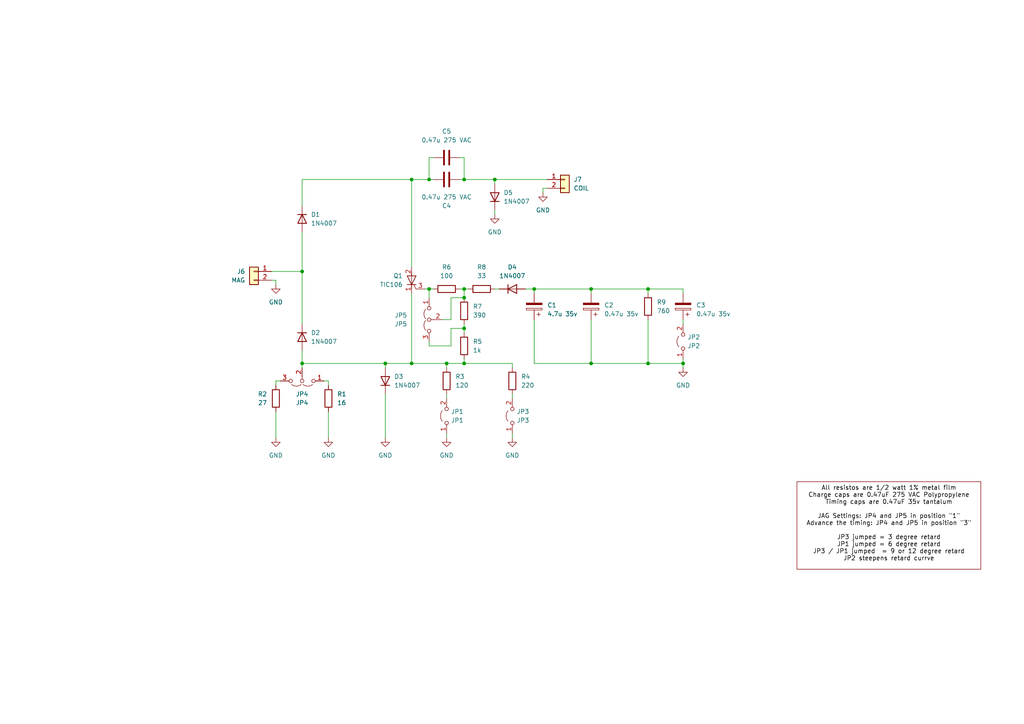
<source format=kicad_sch>
(kicad_sch (version 20230121) (generator eeschema)
  (paper "A4")
  (title_block (title "Rohmell CDI Diagram") (date "2023-12-18") (rev "1") (company "MBI "))
  (lib_symbols
    (symbol "Connector_Generic:Conn_01x02" (pin_names (offset 1.016) hide)
      (property "Reference" "J" (at 0 2.54 0))
      (property "Value" "Conn_01x02" (at 0 -5.08 0))
      (symbol "Conn_01x02_1_1"
        (rectangle (start -1.27 -2.413) (end 0 -2.667) (stroke (width 0.1524)))
        (rectangle (start -1.27 0.127) (end 0 -0.127) (stroke (width 0.1524)))
        (rectangle (start -1.27 1.27) (end 1.27 -3.81) (stroke (width 0.254)) (fill (type background)))
        (pin passive line (at -5.08 0 0) (length 3.81) (name "Pin_1") (number "1"))
        (pin passive line (at -5.08 -2.54 0) (length 3.81) (name "Pin_2") (number "2"))
      )
    )
    (symbol "Device:C" (pin_numbers hide) (pin_names (offset 0.254))
      (property "Reference" "C" (at 0.635 2.54 0))
      (property "Value" "C" (at 0.635 -2.54 0))
      (symbol "C_0_1"
        (polyline (pts (xy -2.032 -0.762) (xy 2.032 -0.762)) (stroke (width 0.508)))
        (polyline (pts (xy -2.032 0.762) (xy 2.032 0.762)) (stroke (width 0.508)))
      )
      (symbol "C_1_1"
        (pin passive line (at 0 3.81 270) (length 2.794) (name "~") (number "1"))
        (pin passive line (at 0 -3.81 90) (length 2.794) (name "~") (number "2"))
      )
    )
    (symbol "Device:C_Polarized" (pin_numbers hide) (pin_names (offset 0.254))
      (property "Reference" "C" (at 0.635 2.54 0))
      (property "Value" "C_Polarized" (at 0.635 -2.54 0))
      (symbol "C_Polarized_0_1"
        (rectangle (start -2.286 0.508) (end 2.286 1.016))
        (polyline (pts (xy -1.778 2.286) (xy -0.762 2.286)))
        (polyline (pts (xy -1.27 2.794) (xy -1.27 1.778)))
        (rectangle (start 2.286 -0.508) (end -2.286 -1.016) (fill (type outline)))
      )
      (symbol "C_Polarized_1_1"
        (pin passive line (at 0 3.81 270) (length 2.794) (name "~") (number "1"))
        (pin passive line (at 0 -3.81 90) (length 2.794) (name "~") (number "2"))
      )
    )
    (symbol "Device:R" (pin_numbers hide) (pin_names (offset 0))
      (property "Reference" "R" (at 2.032 0 90))
      (property "Value" "R" (at 0 0 90))
      (symbol "R_0_1"
        (rectangle (start -1.016 -2.54) (end 1.016 2.54) (stroke (width 0.254)))
      )
      (symbol "R_1_1"
        (pin passive line (at 0 3.81 270) (length 1.27) (name "~") (number "1"))
        (pin passive line (at 0 -3.81 90) (length 1.27) (name "~") (number "2"))
      )
    )
    (symbol "Diode:1N4007" (pin_numbers hide) (pin_names hide)
      (property "Reference" "D" (at 0 2.54 0))
      (property "Value" "1N4007" (at 0 -2.54 0))
      (symbol "1N4007_0_1"
        (polyline (pts (xy -1.27 1.27) (xy -1.27 -1.27)) (stroke (width 0.254)))
        (polyline (pts (xy 1.27 0) (xy -1.27 0)))
        (polyline (pts (xy 1.27 1.27) (xy 1.27 -1.27) (xy -1.27 0) (xy 1.27 1.27)) (stroke (width 0.254)))
      )
      (symbol "1N4007_1_1"
        (pin passive line (at -3.81 0 0) (length 2.54) (name "K") (number "1"))
        (pin passive line (at 3.81 0 180) (length 2.54) (name "A") (number "2"))
      )
    )
    (symbol "Jumper:Jumper_2_Open" (pin_names (offset 0) hide)
      (property "Reference" "JP" (at 0 2.794 0))
      (property "Value" "Jumper_2_Open" (at 0 -2.286 0))
      (symbol "Jumper_2_Open_0_0"
        (circle (center -2.032 0) (radius 0.508))
        (circle (center 2.032 0) (radius 0.508))
      )
      (symbol "Jumper_2_Open_0_1"
        (arc (start 1.524 1.27) (mid 0 1.778) (end -1.524 1.27))
      )
      (symbol "Jumper_2_Open_1_1"
        (pin passive line (at -5.08 0 0) (length 2.54) (name "A") (number "1"))
        (pin passive line (at 5.08 0 180) (length 2.54) (name "B") (number "2"))
      )
    )
    (symbol "Jumper:Jumper_3_Open" (pin_names (offset 0) hide)
      (property "Reference" "JP" (at -2.54 -2.54 0))
      (property "Value" "Jumper_3_Open" (at 0 2.794 0))
      (symbol "Jumper_3_Open_0_0"
        (circle (center -3.302 0) (radius 0.508))
        (circle (center 0 0) (radius 0.508))
        (circle (center 3.302 0) (radius 0.508))
      )
      (symbol "Jumper_3_Open_0_1"
        (arc (start -0.254 1.016) (mid -1.651 1.4992) (end -3.048 1.016))
        (polyline (pts (xy 0 -0.508) (xy 0 -1.27)))
        (arc (start 3.048 1.016) (mid 1.651 1.4992) (end 0.254 1.016))
      )
      (symbol "Jumper_3_Open_1_1"
        (pin passive line (at -6.35 0 0) (length 2.54) (name "A") (number "1"))
        (pin passive line (at 0 -3.81 90) (length 2.54) (name "C") (number "2"))
        (pin passive line (at 6.35 0 180) (length 2.54) (name "B") (number "3"))
      )
    )
    (symbol "Triac_Thyristor:TIC106" (pin_names (offset 0) hide)
      (property "Reference" "Q" (at 2.54 1.905 0))
      (property "Value" "TIC106" (at 2.54 0 0))
      (symbol "TIC106_0_1"
        (polyline (pts (xy -1.27 -2.54) (xy -0.635 -1.27)))
        (polyline (pts (xy -1.27 -1.27) (xy 1.27 -1.27)) (stroke (width 0.2032)))
        (polyline (pts (xy 0 -2.54) (xy 0 2.54)))
        (polyline (pts (xy -1.27 1.27) (xy 1.27 1.27) (xy 0 -1.27) (xy -1.27 1.27)) (stroke (width 0.2032)))
      )
      (symbol "TIC106_1_1"
        (pin passive line (at 0 -3.81 90) (length 2.54) (name "K") (number "1"))
        (pin passive line (at 0 3.81 270) (length 2.54) (name "A") (number "2"))
        (pin input line (at -3.81 -2.54 0) (length 2.54) (name "G") (number "3"))
      )
    )
    (symbol "power:GND" (power) (pin_names (offset 0))
      (property "Value" "GND" (at 0 -3.81 0))
      (symbol "GND_0_1"
        (polyline (pts (xy 0 0) (xy 0 -1.27) (xy 1.27 -1.27) (xy 0 -2.54) (xy -1.27 -1.27) (xy 0 -1.27)))
      )
      (symbol "GND_1_1"
        (pin power_in line (at 0 0 270) (length 0) hide (name "GND") (number "1"))
      )
    )
  )
  (junction (at 134.62 86.36))
  (junction (at 171.45 83.82))
  (junction (at 87.63 78.74))
  (junction (at 198.12 105.41))
  (junction (at 154.94 83.82))
  (junction (at 143.51 52.07))
  (junction (at 119.38 105.41))
  (junction (at 129.54 105.41))
  (junction (at 134.62 83.82))
  (junction (at 187.96 105.41))
  (junction (at 124.46 83.82))
  (junction (at 134.62 52.07))
  (junction (at 134.62 95.25))
  (junction (at 111.76 105.41))
  (junction (at 171.45 105.41))
  (junction (at 87.63 105.41))
  (junction (at 119.38 52.07))
  (junction (at 124.46 52.07))
  (junction (at 134.62 105.41))
  (junction (at 187.96 83.82))
  (wire (pts (xy 81.28 110.49) (xy 80.01 110.49)))
  (wire (pts (xy 130.81 95.25) (xy 134.62 95.25)))
  (wire (pts (xy 134.62 95.25) (xy 134.62 96.52)))
  (wire (pts (xy 87.63 67.31) (xy 87.63 78.74)))
  (wire (pts (xy 198.12 105.41) (xy 198.12 106.68)))
  (wire (pts (xy 111.76 106.68) (xy 111.76 105.41)))
  (wire (pts (xy 119.38 52.07) (xy 119.38 77.47)))
  (wire (pts (xy 124.46 83.82) (xy 125.73 83.82)))
  (wire (pts (xy 171.45 105.41) (xy 187.96 105.41)))
  (wire (pts (xy 78.74 78.74) (xy 87.63 78.74)))
  (wire (pts (xy 171.45 92.71) (xy 171.45 105.41)))
  (wire (pts (xy 129.54 114.3) (xy 129.54 115.57)))
  (wire (pts (xy 134.62 52.07) (xy 143.51 52.07)))
  (wire (pts (xy 129.54 106.68) (xy 129.54 105.41)))
  (wire (pts (xy 154.94 83.82) (xy 154.94 85.09)))
  (wire (pts (xy 157.48 54.61) (xy 158.75 54.61)))
  (wire (pts (xy 87.63 105.41) (xy 111.76 105.41)))
  (wire (pts (xy 87.63 78.74) (xy 87.63 93.98)))
  (wire (pts (xy 80.01 119.38) (xy 80.01 127)))
  (wire (pts (xy 87.63 59.69) (xy 87.63 52.07)))
  (wire (pts (xy 143.51 52.07) (xy 158.75 52.07)))
  (wire (pts (xy 134.62 93.98) (xy 134.62 95.25)))
  (wire (pts (xy 124.46 83.82) (xy 124.46 86.36)))
  (wire (pts (xy 87.63 105.41) (xy 87.63 106.68)))
  (wire (pts (xy 119.38 85.09) (xy 119.38 105.41)))
  (wire (pts (xy 198.12 105.41) (xy 198.12 104.14)))
  (wire (pts (xy 80.01 110.49) (xy 80.01 111.76)))
  (wire (pts (xy 87.63 101.6) (xy 87.63 105.41)))
  (wire (pts (xy 134.62 105.41) (xy 148.59 105.41)))
  (wire (pts (xy 143.51 62.23) (xy 143.51 60.96)))
  (wire (pts (xy 134.62 52.07) (xy 133.35 52.07)))
  (wire (pts (xy 198.12 92.71) (xy 198.12 93.98)))
  (wire (pts (xy 80.01 81.28) (xy 80.01 82.55)))
  (wire (pts (xy 125.73 45.72) (xy 124.46 45.72)))
  (wire (pts (xy 157.48 55.88) (xy 157.48 54.61)))
  (wire (pts (xy 128.27 92.71) (xy 130.81 92.71)))
  (wire (pts (xy 133.35 45.72) (xy 134.62 45.72)))
  (wire (pts (xy 134.62 86.36) (xy 134.62 83.82)))
  (wire (pts (xy 129.54 105.41) (xy 134.62 105.41)))
  (wire (pts (xy 130.81 86.36) (xy 134.62 86.36)))
  (wire (pts (xy 171.45 83.82) (xy 171.45 85.09)))
  (wire (pts (xy 124.46 100.33) (xy 130.81 100.33)))
  (wire (pts (xy 198.12 83.82) (xy 198.12 85.09)))
  (wire (pts (xy 154.94 92.71) (xy 154.94 105.41)))
  (wire (pts (xy 187.96 92.71) (xy 187.96 105.41)))
  (wire (pts (xy 187.96 83.82) (xy 187.96 85.09)))
  (wire (pts (xy 78.74 81.28) (xy 80.01 81.28)))
  (wire (pts (xy 124.46 99.06) (xy 124.46 100.33)))
  (wire (pts (xy 134.62 104.14) (xy 134.62 105.41)))
  (wire (pts (xy 134.62 45.72) (xy 134.62 52.07)))
  (wire (pts (xy 130.81 92.71) (xy 130.81 86.36)))
  (wire (pts (xy 119.38 52.07) (xy 124.46 52.07)))
  (wire (pts (xy 143.51 83.82) (xy 144.78 83.82)))
  (wire (pts (xy 134.62 83.82) (xy 135.89 83.82)))
  (wire (pts (xy 154.94 83.82) (xy 171.45 83.82)))
  (wire (pts (xy 124.46 52.07) (xy 125.73 52.07)))
  (wire (pts (xy 187.96 105.41) (xy 198.12 105.41)))
  (wire (pts (xy 171.45 83.82) (xy 187.96 83.82)))
  (wire (pts (xy 187.96 83.82) (xy 198.12 83.82)))
  (wire (pts (xy 143.51 52.07) (xy 143.51 53.34)))
  (wire (pts (xy 124.46 45.72) (xy 124.46 52.07)))
  (wire (pts (xy 148.59 106.68) (xy 148.59 105.41)))
  (wire (pts (xy 129.54 125.73) (xy 129.54 127)))
  (wire (pts (xy 123.19 83.82) (xy 124.46 83.82)))
  (wire (pts (xy 111.76 114.3) (xy 111.76 127)))
  (wire (pts (xy 119.38 105.41) (xy 111.76 105.41)))
  (wire (pts (xy 130.81 100.33) (xy 130.81 95.25)))
  (wire (pts (xy 95.25 110.49) (xy 95.25 111.76)))
  (wire (pts (xy 134.62 83.82) (xy 133.35 83.82)))
  (wire (pts (xy 148.59 125.73) (xy 148.59 127)))
  (wire (pts (xy 148.59 114.3) (xy 148.59 115.57)))
  (wire (pts (xy 93.98 110.49) (xy 95.25 110.49)))
  (wire (pts (xy 154.94 105.41) (xy 171.45 105.41)))
  (wire (pts (xy 152.4 83.82) (xy 154.94 83.82)))
  (wire (pts (xy 129.54 105.41) (xy 119.38 105.41)))
  (wire (pts (xy 95.25 119.38) (xy 95.25 127)))
  (wire (pts (xy 87.63 52.07) (xy 119.38 52.07)))
  (text_box "All resistos are 1/2 watt 1% metal film\nCharge caps are 0.47uF 275 VAC Polypropylene\nTiming caps are 0.47uF 35v tantalum\n\nJAG Settings: JP4 and JP5 in position \"1\"\nAdvance the timing: JP4 and JP5 in position \"3\"\n\nJP3 jumped = 3 degree retard\nJP1 jumped = 6 degree retard\nJP3 / JP1 jumped  = 9 or 12 degree retard\nJP2 steepens retard currve" (at 231.14 139.7 0) (size 53.34 25.4) (stroke (width 0) (color 132 0 0 1)) (effects (font (size 1.27 1.27)) (justify top)))
  (symbol (lib_id "Diode:1N4007") (at 87.63 97.79 270) (unit 1)
    (property "Reference" "D2" (at 90.17 96.52 90) (effects (justify left)))
    (property "Value" "1N4007" (at 90.17 99.06 90) (effects (justify left)))
    (property "Footprint" "Diode_THT:D_DO-41_SOD81_P7.62mm_Horizontal" (effects hide))
    (property "Datasheet" "http://www.vishay.com/docs/88503/1n4001.pdf" (effects hide))
    (property "Sim.Device" "D" (effects hide))
    (property "Sim.Pins" "1=K 2=A" (effects hide))
  )
  (symbol (lib_id "power:GND") (at 198.12 106.68 0) (unit 1)
    (property "Reference" "#PWR01" (effects hide))
    (property "Value" "GND" (at 198.12 111.76 0))
  )
  (symbol (lib_id "power:GND") (at 157.48 55.88 0) (unit 1)
    (property "Reference" "#PWR08" (effects hide))
    (property "Value" "GND" (at 157.48 60.96 0))
  )
  (symbol (lib_id "Diode:1N4007") (at 148.59 83.82 0) (unit 1)
    (property "Reference" "D4" (at 148.59 77.47 0))
    (property "Value" "1N4007" (at 148.59 80.01 0))
    (property "Footprint" "Diode_THT:D_DO-41_SOD81_P7.62mm_Horizontal" (effects hide))
    (property "Datasheet" "http://www.vishay.com/docs/88503/1n4001.pdf" (effects hide))
    (property "Sim.Device" "D" (effects hide))
    (property "Sim.Pins" "1=K 2=A" (effects hide))
  )
  (symbol (lib_id "power:GND") (at 80.01 127 0) (unit 1)
    (property "Reference" "#PWR02" (effects hide))
    (property "Value" "GND" (at 80.01 132.08 0))
  )
  (symbol (lib_id "Jumper:Jumper_2_Open") (at 129.54 120.65 90) (unit 1)
    (property "Reference" "JP1" (at 130.81 119.38 90) (effects (justify right)))
    (property "Value" "JP1" (at 130.81 121.92 90) (effects (justify right)))
    (property "Footprint" "Connector_PinHeader_2.54mm:PinHeader_1x02_P2.54mm_Vertical" (effects hide))
  )
  (symbol (lib_id "Connector_Generic:Conn_01x02") (at 163.83 52.07 0) (unit 1)
    (property "Reference" "J7" (at 166.37 52.07 0) (effects (justify left)))
    (property "Value" "COIL" (at 166.37 54.61 0) (effects (justify left)))
    (property "Footprint" "Connector_Wire:SolderWire-2.5sqmm_1x02_P7.2mm_D2.4mm_OD3.6mm" (effects hide))
  )
  (symbol (lib_id "Device:C") (at 129.54 52.07 90) (mirror x) (unit 1)
    (property "Reference" "C4" (at 129.54 59.69 90))
    (property "Value" "0.47u 275 VAC" (at 129.54 57.15 90))
    (property "Footprint" "Capacitor_THT:C_Rect_L26.5mm_W10.5mm_P22.50mm_MKS4" (effects hide))
  )
  (symbol (lib_id "Device:R") (at 187.96 88.9 0) (unit 1)
    (property "Reference" "R9" (at 190.5 87.63 0) (effects (justify left)))
    (property "Value" "760" (at 190.5 90.17 0) (effects (justify left)))
    (property "Footprint" "Resistor_THT:R_Axial_DIN0207_L6.3mm_D2.5mm_P7.62mm_Horizontal" (effects hide))
  )
  (symbol (lib_id "power:GND") (at 111.76 127 0) (unit 1)
    (property "Reference" "#PWR06" (effects hide))
    (property "Value" "GND" (at 111.76 132.08 0))
  )
  (symbol (lib_id "Device:R") (at 134.62 90.17 180) (unit 1)
    (property "Reference" "R7" (at 137.16 88.9 0) (effects (justify right)))
    (property "Value" "390" (at 137.16 91.44 0) (effects (justify right)))
    (property "Footprint" "Resistor_THT:R_Axial_DIN0207_L6.3mm_D2.5mm_P7.62mm_Horizontal" (effects hide))
  )
  (symbol (lib_id "power:GND") (at 95.25 127 0) (unit 1)
    (property "Reference" "#PWR03" (effects hide))
    (property "Value" "GND" (at 95.25 132.08 0))
  )
  (symbol (lib_id "Device:R") (at 95.25 115.57 0) (unit 1)
    (property "Reference" "R1" (at 97.79 114.3 0) (effects (justify left)))
    (property "Value" "16" (at 97.79 116.84 0) (effects (justify left)))
    (property "Footprint" "Resistor_THT:R_Axial_DIN0207_L6.3mm_D2.5mm_P7.62mm_Horizontal" (effects hide))
  )
  (symbol (lib_id "Jumper:Jumper_3_Open") (at 124.46 92.71 90) (mirror x) (unit 1)
    (property "Reference" "JP5" (at 118.11 93.98 90) (effects (justify left)))
    (property "Value" "JP5" (at 118.11 91.44 90) (effects (justify left)))
    (property "Footprint" "Connector_PinHeader_2.54mm:PinHeader_1x03_P2.54mm_Vertical" (effects hide))
  )
  (symbol (lib_id "Connector_Generic:Conn_01x02") (at 73.66 78.74 0) (mirror y) (unit 1)
    (property "Reference" "J6" (at 71.12 78.74 0) (effects (justify left)))
    (property "Value" "MAG" (at 71.12 81.28 0) (effects (justify left)))
    (property "Footprint" "Connector_Wire:SolderWire-2.5sqmm_1x02_P7.2mm_D2.4mm_OD3.6mm" (effects hide))
  )
  (symbol (lib_id "power:GND") (at 129.54 127 0) (unit 1)
    (property "Reference" "#PWR04" (effects hide))
    (property "Value" "GND" (at 129.54 132.08 0))
  )
  (symbol (lib_id "Device:R") (at 134.62 100.33 0) (unit 1)
    (property "Reference" "R5" (at 137.16 99.06 0) (effects (justify left)))
    (property "Value" "1k" (at 137.16 101.6 0) (effects (justify left)))
    (property "Footprint" "Resistor_THT:R_Axial_DIN0207_L6.3mm_D2.5mm_P7.62mm_Horizontal" (effects hide))
  )
  (symbol (lib_id "Diode:1N4007") (at 87.63 63.5 270) (unit 1)
    (property "Reference" "D1" (at 90.17 62.23 90) (effects (justify left)))
    (property "Value" "1N4007" (at 90.17 64.77 90) (effects (justify left)))
    (property "Footprint" "Diode_THT:D_DO-41_SOD81_P7.62mm_Horizontal" (effects hide))
    (property "Datasheet" "http://www.vishay.com/docs/88503/1n4001.pdf" (effects hide))
    (property "Sim.Device" "D" (effects hide))
    (property "Sim.Pins" "1=K 2=A" (effects hide))
  )
  (symbol (lib_id "Jumper:Jumper_2_Open") (at 198.12 99.06 90) (unit 1)
    (property "Reference" "JP2" (at 199.39 97.79 90) (effects (justify right)))
    (property "Value" "JP2" (at 199.39 100.33 90) (effects (justify right)))
    (property "Footprint" "Connector_PinHeader_2.54mm:PinHeader_1x02_P2.54mm_Vertical" (effects hide))
  )
  (symbol (lib_id "Jumper:Jumper_3_Open") (at 87.63 110.49 180) (unit 1)
    (property "Reference" "JP4" (at 87.63 114.3 0))
    (property "Value" "JP4" (at 87.63 116.84 0))
    (property "Footprint" "Connector_PinHeader_2.54mm:PinHeader_1x03_P2.54mm_Vertical" (effects hide))
  )
  (symbol (lib_id "Device:R") (at 148.59 110.49 0) (unit 1)
    (property "Reference" "R4" (at 151.13 109.22 0) (effects (justify left)))
    (property "Value" "220" (at 151.13 111.76 0) (effects (justify left)))
    (property "Footprint" "Resistor_THT:R_Axial_DIN0207_L6.3mm_D2.5mm_P7.62mm_Horizontal" (effects hide))
  )
  (symbol (lib_id "Jumper:Jumper_2_Open") (at 148.59 120.65 90) (unit 1)
    (property "Reference" "JP3" (at 149.86 119.38 90) (effects (justify right)))
    (property "Value" "JP3" (at 149.86 121.92 90) (effects (justify right)))
    (property "Footprint" "Connector_PinHeader_2.54mm:PinHeader_1x02_P2.54mm_Vertical" (effects hide))
  )
  (symbol (lib_id "Diode:1N4007") (at 143.51 57.15 90) (unit 1)
    (property "Reference" "D5" (at 146.05 55.88 90) (effects (justify right)))
    (property "Value" "1N4007" (at 146.05 58.42 90) (effects (justify right)))
    (property "Footprint" "Diode_THT:D_DO-41_SOD81_P7.62mm_Horizontal" (effects hide))
    (property "Datasheet" "http://www.vishay.com/docs/88503/1n4001.pdf" (effects hide))
    (property "Sim.Device" "D" (effects hide))
    (property "Sim.Pins" "1=K 2=A" (effects hide))
  )
  (symbol (lib_id "Device:C_Polarized") (at 171.45 88.9 180) (unit 1)
    (property "Reference" "C2" (at 175.26 88.519 0) (effects (justify right)))
    (property "Value" "0.47u 35v" (at 175.26 91.059 0) (effects (justify right)))
    (property "Footprint" "Capacitor_THT:CP_Radial_Tantal_D5.5mm_P5.00mm" (effects hide))
  )
  (symbol (lib_id "Triac_Thyristor:TIC106") (at 119.38 81.28 0) (mirror y) (unit 1)
    (property "Reference" "Q1" (at 116.84 80.01 0) (effects (justify left)))
    (property "Value" "TIC106" (at 116.84 82.55 0) (effects (justify left)))
    (property "Footprint" "Package_TO_SOT_THT:TO-220-3_Vertical" (effects hide))
    (property "Datasheet" "http://pdf.datasheetcatalog.com/datasheet/PowerInnovations/mXyzrtvs.pdf" (effects hide))
  )
  (symbol (lib_id "Diode:1N4007") (at 111.76 110.49 90) (unit 1)
    (property "Reference" "D3" (at 114.3 109.22 90) (effects (justify right)))
    (property "Value" "1N4007" (at 114.3 111.76 90) (effects (justify right)))
    (property "Footprint" "Diode_THT:D_DO-41_SOD81_P7.62mm_Horizontal" (effects hide))
    (property "Datasheet" "http://www.vishay.com/docs/88503/1n4001.pdf" (effects hide))
    (property "Sim.Device" "D" (effects hide))
    (property "Sim.Pins" "1=K 2=A" (effects hide))
  )
  (symbol (lib_id "power:GND") (at 143.51 62.23 0) (unit 1)
    (property "Reference" "#PWR07" (effects hide))
    (property "Value" "GND" (at 143.51 67.31 0))
  )
  (symbol (lib_id "power:GND") (at 80.01 82.55 0) (unit 1)
    (property "Reference" "#PWR09" (effects hide))
    (property "Value" "GND" (at 80.01 87.63 0))
  )
  (symbol (lib_id "Device:R") (at 139.7 83.82 270) (unit 1)
    (property "Reference" "R8" (at 139.7 77.47 90))
    (property "Value" "33" (at 139.7 80.01 90))
    (property "Footprint" "Resistor_THT:R_Axial_DIN0207_L6.3mm_D2.5mm_P7.62mm_Horizontal" (effects hide))
  )
  (symbol (lib_id "Device:C_Polarized") (at 198.12 88.9 180) (unit 1)
    (property "Reference" "C3" (at 201.93 88.519 0) (effects (justify right)))
    (property "Value" "0.47u 35v" (at 201.93 91.059 0) (effects (justify right)))
    (property "Footprint" "Capacitor_THT:CP_Radial_Tantal_D5.5mm_P5.00mm" (effects hide))
  )
  (symbol (lib_id "power:GND") (at 148.59 127 0) (unit 1)
    (property "Reference" "#PWR05" (effects hide))
    (property "Value" "GND" (at 148.59 132.08 0))
  )
  (symbol (lib_id "Device:C_Polarized") (at 154.94 88.9 180) (unit 1)
    (property "Reference" "C1" (at 158.75 88.519 0) (effects (justify right)))
    (property "Value" "4.7u 35v" (at 158.75 91.059 0) (effects (justify right)))
    (property "Footprint" "Capacitor_THT:CP_Radial_Tantal_D5.5mm_P5.00mm" (effects hide))
  )
  (symbol (lib_id "Device:R") (at 129.54 83.82 90) (unit 1)
    (property "Reference" "R6" (at 129.54 77.47 90))
    (property "Value" "100" (at 129.54 80.01 90))
    (property "Footprint" "Resistor_THT:R_Axial_DIN0207_L6.3mm_D2.5mm_P7.62mm_Horizontal" (effects hide))
  )
  (symbol (lib_id "Device:R") (at 129.54 110.49 0) (unit 1)
    (property "Reference" "R3" (at 132.08 109.22 0) (effects (justify left)))
    (property "Value" "120" (at 132.08 111.76 0) (effects (justify left)))
    (property "Footprint" "Resistor_THT:R_Axial_DIN0207_L6.3mm_D2.5mm_P7.62mm_Horizontal" (effects hide))
  )
  (symbol (lib_id "Device:C") (at 129.54 45.72 90) (unit 1)
    (property "Reference" "C5" (at 129.54 38.1 90))
    (property "Value" "0.47u 275 VAC" (at 129.54 40.64 90))
    (property "Footprint" "Capacitor_THT:C_Rect_L26.5mm_W10.5mm_P22.50mm_MKS4" (effects hide))
  )
  (symbol (lib_id "Device:R") (at 80.01 115.57 0) (mirror y) (unit 1)
    (property "Reference" "R2" (at 77.47 114.3 0) (effects (justify left)))
    (property "Value" "27" (at 77.47 116.84 0) (effects (justify left)))
    (property "Footprint" "Resistor_THT:R_Axial_DIN0207_L6.3mm_D2.5mm_P7.62mm_Horizontal" (effects hide))
  )
)
</source>
